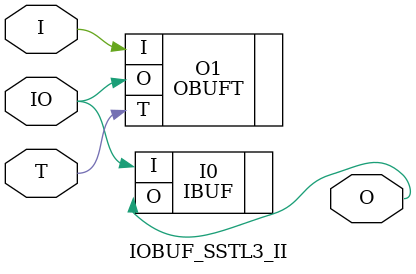
<source format=v>


`timescale  1 ps / 1 ps


module IOBUF_SSTL3_II (O, IO, I, T);

    output O;

    inout  IO;

    input  I, T;

        OBUFT #(.IOSTANDARD("SSTL3_II") ) O1 (.O(IO), .I(I), .T(T)); 
	IBUF #(.IOSTANDARD("SSTL3_II"))  I0 (.O(O), .I(IO));
        

endmodule



</source>
